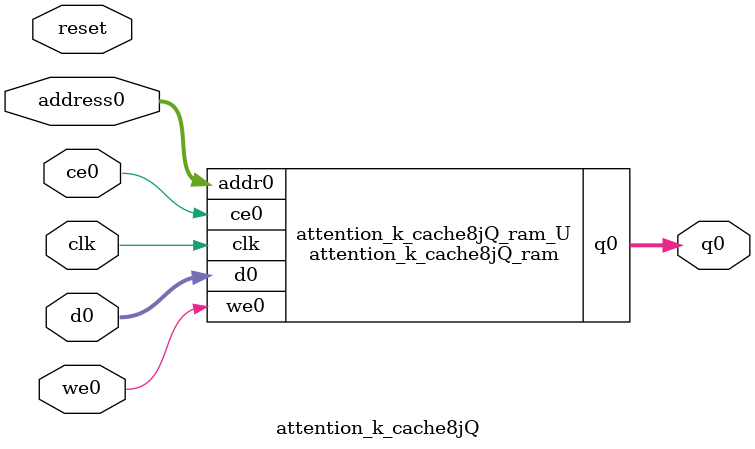
<source format=v>
`timescale 1 ns / 1 ps
module attention_k_cache8jQ_ram (addr0, ce0, d0, we0, q0,  clk);

parameter DWIDTH = 40;
parameter AWIDTH = 10;
parameter MEM_SIZE = 576;

input[AWIDTH-1:0] addr0;
input ce0;
input[DWIDTH-1:0] d0;
input we0;
output reg[DWIDTH-1:0] q0;
input clk;

(* ram_style = "block" *)reg [DWIDTH-1:0] ram[0:MEM_SIZE-1];




always @(posedge clk)  
begin 
    if (ce0) begin
        if (we0) 
            ram[addr0] <= d0; 
        q0 <= ram[addr0];
    end
end


endmodule

`timescale 1 ns / 1 ps
module attention_k_cache8jQ(
    reset,
    clk,
    address0,
    ce0,
    we0,
    d0,
    q0);

parameter DataWidth = 32'd40;
parameter AddressRange = 32'd576;
parameter AddressWidth = 32'd10;
input reset;
input clk;
input[AddressWidth - 1:0] address0;
input ce0;
input we0;
input[DataWidth - 1:0] d0;
output[DataWidth - 1:0] q0;



attention_k_cache8jQ_ram attention_k_cache8jQ_ram_U(
    .clk( clk ),
    .addr0( address0 ),
    .ce0( ce0 ),
    .we0( we0 ),
    .d0( d0 ),
    .q0( q0 ));

endmodule


</source>
